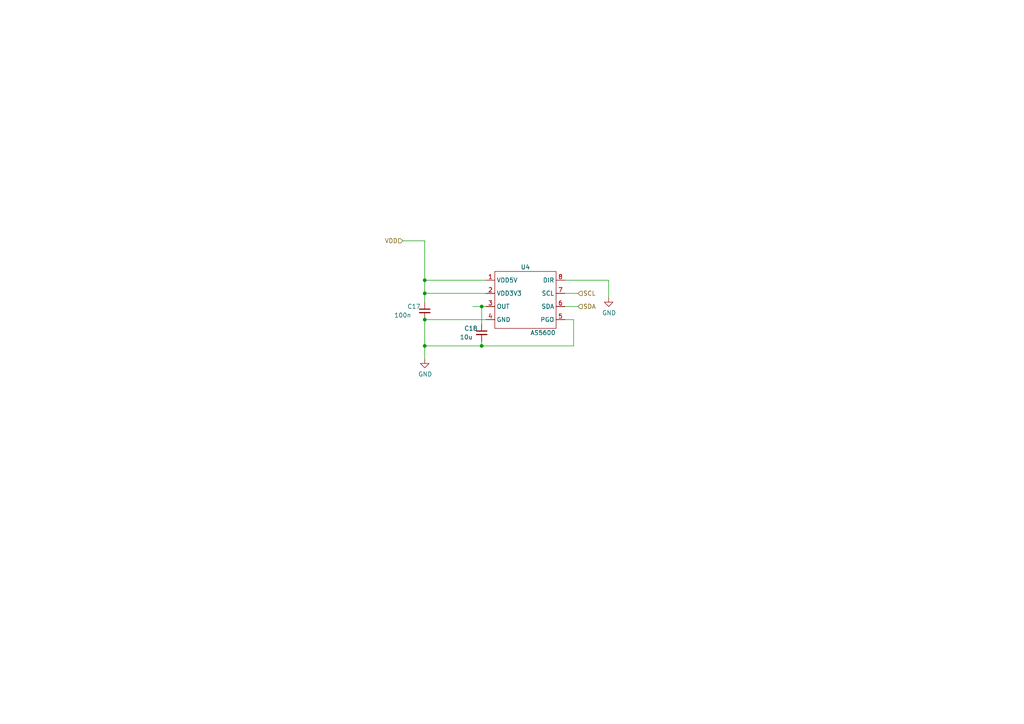
<source format=kicad_sch>
(kicad_sch (version 20230121) (generator eeschema)
  (paper "A4")
  (lib_symbols
    (symbol "CustomSymbols:AS5600"
      (property "Reference" "U" (at 0 0 0))
      (symbol "AS5600_0_1"
        (rectangle (start -8.89 -1.27) (end 8.89 -17.78))
      )
      (symbol "AS5600_1_1"
        (pin power_in line (at -11.43 -3.81 0) (length 2.54) (name "VDD5V") (number "1"))
        (pin power_in line (at -11.43 -7.62 0) (length 2.54) (name "VDD3V3") (number "2"))
        (pin output line (at -11.43 -11.43 0) (length 2.54) (name "OUT") (number "3"))
        (pin power_in line (at -11.43 -15.24 0) (length 2.54) (name "GND") (number "4"))
        (pin input line (at 11.43 -15.24 180) (length 2.54) (name "PGO") (number "5"))
        (pin input line (at 11.43 -11.43 180) (length 2.54) (name "SDA") (number "6"))
        (pin input line (at 11.43 -7.62 180) (length 2.54) (name "SCL") (number "7"))
        (pin input line (at 11.43 -3.81 180) (length 2.54) (name "DIR") (number "8"))
      )
    )
    (symbol "Device:C_Small" (pin_numbers hide) (pin_names (offset 0.254) hide)
      (property "Reference" "C" (at 0.254 1.778 0))
      (property "Value" "C_Small" (at 0.254 -2.032 0))
      (symbol "C_Small_0_1"
        (polyline (pts (xy -1.524 -0.508) (xy 1.524 -0.508)) (stroke (width 0.3302)))
        (polyline (pts (xy -1.524 0.508) (xy 1.524 0.508)) (stroke (width 0.3048)))
      )
      (symbol "C_Small_1_1"
        (pin passive line (at 0 2.54 270) (length 2.032) (name "~") (number "1"))
        (pin passive line (at 0 -2.54 90) (length 2.032) (name "~") (number "2"))
      )
    )
    (symbol "power:GND" (power) (pin_names (offset 0))
      (property "Value" "GND" (at 0 -3.81 0))
      (symbol "GND_0_1"
        (polyline (pts (xy 0 0) (xy 0 -1.27) (xy 1.27 -1.27) (xy 0 -2.54) (xy -1.27 -1.27) (xy 0 -1.27)))
      )
      (symbol "GND_1_1"
        (pin power_in line (at 0 0 270) (length 0) hide (name "GND") (number "1"))
      )
    )
  )
  (junction (at 123.19 85.09))
  (junction (at 139.7 88.9))
  (junction (at 123.19 92.71))
  (junction (at 139.7 100.33))
  (junction (at 123.19 81.28))
  (junction (at 123.19 100.33))
  (wire (pts (xy 139.7 88.9) (xy 139.7 93.98)))
  (wire (pts (xy 139.7 100.33) (xy 166.37 100.33)))
  (wire (pts (xy 176.53 81.28) (xy 176.53 86.36)))
  (wire (pts (xy 123.19 81.28) (xy 140.97 81.28)))
  (wire (pts (xy 139.7 99.06) (xy 139.7 100.33)))
  (wire (pts (xy 163.83 88.9) (xy 167.64 88.9)))
  (wire (pts (xy 166.37 100.33) (xy 166.37 92.71)))
  (wire (pts (xy 116.84 69.85) (xy 123.19 69.85)))
  (wire (pts (xy 163.83 81.28) (xy 176.53 81.28)))
  (wire (pts (xy 139.7 88.9) (xy 140.97 88.9)))
  (wire (pts (xy 123.19 85.09) (xy 123.19 81.28)))
  (wire (pts (xy 123.19 69.85) (xy 123.19 81.28)))
  (wire (pts (xy 123.19 85.09) (xy 123.19 87.63)))
  (wire (pts (xy 123.19 92.71) (xy 123.19 100.33)))
  (wire (pts (xy 123.19 100.33) (xy 123.19 104.14)))
  (wire (pts (xy 140.97 85.09) (xy 123.19 85.09)))
  (wire (pts (xy 166.37 92.71) (xy 163.83 92.71)))
  (wire (pts (xy 163.83 85.09) (xy 167.64 85.09)))
  (wire (pts (xy 123.19 100.33) (xy 139.7 100.33)))
  (wire (pts (xy 137.16 88.9) (xy 139.7 88.9)))
  (wire (pts (xy 123.19 92.71) (xy 140.97 92.71)))
  (hierarchical_label "VDD" (shape input) (at 116.84 69.85 180))
  (hierarchical_label "SDA" (shape input) (at 167.64 88.9 0))
  (hierarchical_label "SCL" (shape input) (at 167.64 85.09 0))
  (symbol (lib_id "Device:C_Small") (at 139.7 96.52 0) (unit 1)
    (property "Reference" "C18" (at 134.62 95.25 0) (effects (justify left)))
    (property "Value" "10u" (at 133.35 97.79 0) (effects (justify left)))
    (property "Footprint" "Capacitor_SMD:C_0805_2012Metric" (effects hide))
    (property "LCSC" "C15850" (effects hide))
    (property "BASIC/EXT" "BASIC" (effects hide))
    (property "web" "https://jlcpcb.com/partdetail/16532-CL21A106KAYNNNE/C15850" (effects hide))
  )
  (symbol (lib_id "Device:C_Small") (at 123.19 90.17 0) (unit 1)
    (property "Reference" "C17" (at 118.11 88.9 0) (effects (justify left)))
    (property "Value" "100n" (at 114.3 91.44 0) (effects (justify left)))
    (property "Footprint" "Capacitor_SMD:C_0402_1005Metric" (effects hide))
    (property "LCSC" "C1523" (effects hide))
    (property "BASIC/EXT" "BASIC" (effects hide))
    (property "web" "https://jlcpcb.com/partdetail/1875-0402B102K500NT/C1523" (effects hide))
  )
  (symbol (lib_id "CustomSymbols:AS5600") (at 152.4 77.47 0) (unit 1)
    (property "Reference" "U4" (at 152.4 77.47 0))
    (property "Value" "AS5600" (at 157.48 96.52 0))
    (property "Footprint" "Package_SO:SOIC-8_3.9x4.9mm_P1.27mm" (effects hide))
    (property "LCSC" "C499458" (effects hide))
    (property "BASIC/EXT" "EXT" (effects hide))
    (property "web" "https://jlcpcb.com/partdetail/Ams-AS5600ASOT/C499458" (effects hide))
  )
  (symbol (lib_id "power:GND") (at 176.53 86.36 0) (unit 1)
    (property "Reference" "#PWR052" (effects hide))
    (property "Value" "GND" (at 176.657 90.7542 0))
  )
  (symbol (lib_id "power:GND") (at 123.19 104.14 0) (unit 1)
    (property "Reference" "#PWR053" (effects hide))
    (property "Value" "GND" (at 123.317 108.5342 0))
  )
)
</source>
